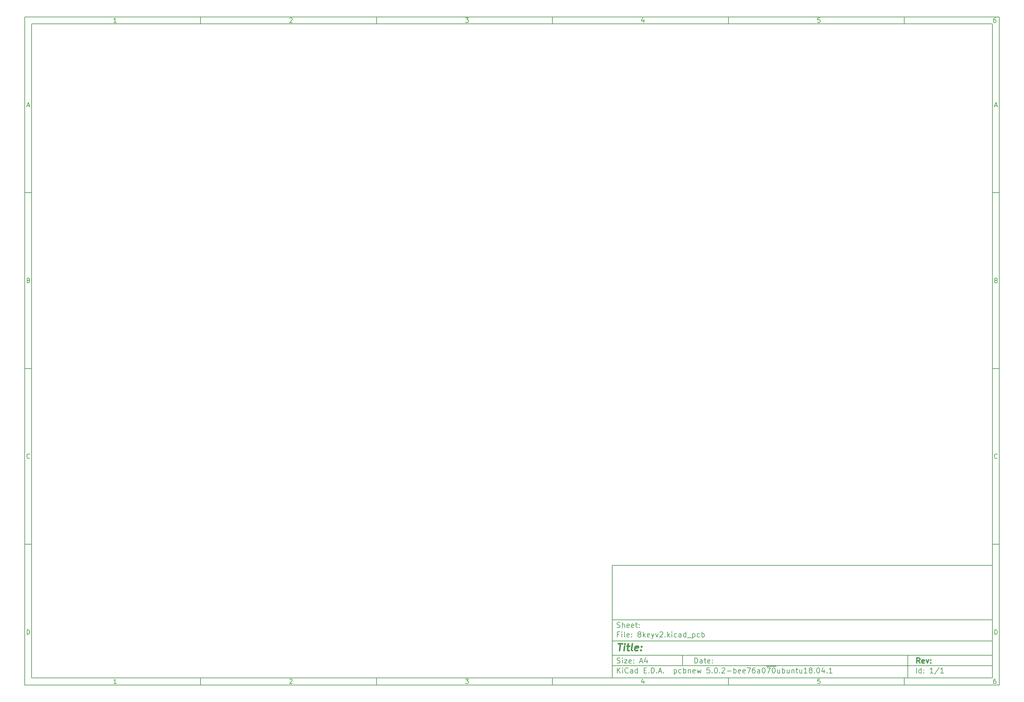
<source format=gbr>
G04 #@! TF.GenerationSoftware,KiCad,Pcbnew,5.0.2-bee76a0~70~ubuntu18.04.1*
G04 #@! TF.CreationDate,2019-02-02T15:30:55-05:00*
G04 #@! TF.ProjectId,8keyv2,386b6579-7632-42e6-9b69-6361645f7063,rev?*
G04 #@! TF.SameCoordinates,Original*
G04 #@! TF.FileFunction,Paste,Top*
G04 #@! TF.FilePolarity,Positive*
%FSLAX46Y46*%
G04 Gerber Fmt 4.6, Leading zero omitted, Abs format (unit mm)*
G04 Created by KiCad (PCBNEW 5.0.2-bee76a0~70~ubuntu18.04.1) date Sat 02 Feb 2019 03:30:55 PM EST*
%MOMM*%
%LPD*%
G01*
G04 APERTURE LIST*
%ADD10C,0.100000*%
%ADD11C,0.150000*%
%ADD12C,0.300000*%
%ADD13C,0.400000*%
G04 APERTURE END LIST*
D10*
D11*
X177002200Y-166007200D02*
X177002200Y-198007200D01*
X285002200Y-198007200D01*
X285002200Y-166007200D01*
X177002200Y-166007200D01*
D10*
D11*
X10000000Y-10000000D02*
X10000000Y-200007200D01*
X287002200Y-200007200D01*
X287002200Y-10000000D01*
X10000000Y-10000000D01*
D10*
D11*
X12000000Y-12000000D02*
X12000000Y-198007200D01*
X285002200Y-198007200D01*
X285002200Y-12000000D01*
X12000000Y-12000000D01*
D10*
D11*
X60000000Y-12000000D02*
X60000000Y-10000000D01*
D10*
D11*
X110000000Y-12000000D02*
X110000000Y-10000000D01*
D10*
D11*
X160000000Y-12000000D02*
X160000000Y-10000000D01*
D10*
D11*
X210000000Y-12000000D02*
X210000000Y-10000000D01*
D10*
D11*
X260000000Y-12000000D02*
X260000000Y-10000000D01*
D10*
D11*
X36065476Y-11588095D02*
X35322619Y-11588095D01*
X35694047Y-11588095D02*
X35694047Y-10288095D01*
X35570238Y-10473809D01*
X35446428Y-10597619D01*
X35322619Y-10659523D01*
D10*
D11*
X85322619Y-10411904D02*
X85384523Y-10350000D01*
X85508333Y-10288095D01*
X85817857Y-10288095D01*
X85941666Y-10350000D01*
X86003571Y-10411904D01*
X86065476Y-10535714D01*
X86065476Y-10659523D01*
X86003571Y-10845238D01*
X85260714Y-11588095D01*
X86065476Y-11588095D01*
D10*
D11*
X135260714Y-10288095D02*
X136065476Y-10288095D01*
X135632142Y-10783333D01*
X135817857Y-10783333D01*
X135941666Y-10845238D01*
X136003571Y-10907142D01*
X136065476Y-11030952D01*
X136065476Y-11340476D01*
X136003571Y-11464285D01*
X135941666Y-11526190D01*
X135817857Y-11588095D01*
X135446428Y-11588095D01*
X135322619Y-11526190D01*
X135260714Y-11464285D01*
D10*
D11*
X185941666Y-10721428D02*
X185941666Y-11588095D01*
X185632142Y-10226190D02*
X185322619Y-11154761D01*
X186127380Y-11154761D01*
D10*
D11*
X236003571Y-10288095D02*
X235384523Y-10288095D01*
X235322619Y-10907142D01*
X235384523Y-10845238D01*
X235508333Y-10783333D01*
X235817857Y-10783333D01*
X235941666Y-10845238D01*
X236003571Y-10907142D01*
X236065476Y-11030952D01*
X236065476Y-11340476D01*
X236003571Y-11464285D01*
X235941666Y-11526190D01*
X235817857Y-11588095D01*
X235508333Y-11588095D01*
X235384523Y-11526190D01*
X235322619Y-11464285D01*
D10*
D11*
X285941666Y-10288095D02*
X285694047Y-10288095D01*
X285570238Y-10350000D01*
X285508333Y-10411904D01*
X285384523Y-10597619D01*
X285322619Y-10845238D01*
X285322619Y-11340476D01*
X285384523Y-11464285D01*
X285446428Y-11526190D01*
X285570238Y-11588095D01*
X285817857Y-11588095D01*
X285941666Y-11526190D01*
X286003571Y-11464285D01*
X286065476Y-11340476D01*
X286065476Y-11030952D01*
X286003571Y-10907142D01*
X285941666Y-10845238D01*
X285817857Y-10783333D01*
X285570238Y-10783333D01*
X285446428Y-10845238D01*
X285384523Y-10907142D01*
X285322619Y-11030952D01*
D10*
D11*
X60000000Y-198007200D02*
X60000000Y-200007200D01*
D10*
D11*
X110000000Y-198007200D02*
X110000000Y-200007200D01*
D10*
D11*
X160000000Y-198007200D02*
X160000000Y-200007200D01*
D10*
D11*
X210000000Y-198007200D02*
X210000000Y-200007200D01*
D10*
D11*
X260000000Y-198007200D02*
X260000000Y-200007200D01*
D10*
D11*
X36065476Y-199595295D02*
X35322619Y-199595295D01*
X35694047Y-199595295D02*
X35694047Y-198295295D01*
X35570238Y-198481009D01*
X35446428Y-198604819D01*
X35322619Y-198666723D01*
D10*
D11*
X85322619Y-198419104D02*
X85384523Y-198357200D01*
X85508333Y-198295295D01*
X85817857Y-198295295D01*
X85941666Y-198357200D01*
X86003571Y-198419104D01*
X86065476Y-198542914D01*
X86065476Y-198666723D01*
X86003571Y-198852438D01*
X85260714Y-199595295D01*
X86065476Y-199595295D01*
D10*
D11*
X135260714Y-198295295D02*
X136065476Y-198295295D01*
X135632142Y-198790533D01*
X135817857Y-198790533D01*
X135941666Y-198852438D01*
X136003571Y-198914342D01*
X136065476Y-199038152D01*
X136065476Y-199347676D01*
X136003571Y-199471485D01*
X135941666Y-199533390D01*
X135817857Y-199595295D01*
X135446428Y-199595295D01*
X135322619Y-199533390D01*
X135260714Y-199471485D01*
D10*
D11*
X185941666Y-198728628D02*
X185941666Y-199595295D01*
X185632142Y-198233390D02*
X185322619Y-199161961D01*
X186127380Y-199161961D01*
D10*
D11*
X236003571Y-198295295D02*
X235384523Y-198295295D01*
X235322619Y-198914342D01*
X235384523Y-198852438D01*
X235508333Y-198790533D01*
X235817857Y-198790533D01*
X235941666Y-198852438D01*
X236003571Y-198914342D01*
X236065476Y-199038152D01*
X236065476Y-199347676D01*
X236003571Y-199471485D01*
X235941666Y-199533390D01*
X235817857Y-199595295D01*
X235508333Y-199595295D01*
X235384523Y-199533390D01*
X235322619Y-199471485D01*
D10*
D11*
X285941666Y-198295295D02*
X285694047Y-198295295D01*
X285570238Y-198357200D01*
X285508333Y-198419104D01*
X285384523Y-198604819D01*
X285322619Y-198852438D01*
X285322619Y-199347676D01*
X285384523Y-199471485D01*
X285446428Y-199533390D01*
X285570238Y-199595295D01*
X285817857Y-199595295D01*
X285941666Y-199533390D01*
X286003571Y-199471485D01*
X286065476Y-199347676D01*
X286065476Y-199038152D01*
X286003571Y-198914342D01*
X285941666Y-198852438D01*
X285817857Y-198790533D01*
X285570238Y-198790533D01*
X285446428Y-198852438D01*
X285384523Y-198914342D01*
X285322619Y-199038152D01*
D10*
D11*
X10000000Y-60000000D02*
X12000000Y-60000000D01*
D10*
D11*
X10000000Y-110000000D02*
X12000000Y-110000000D01*
D10*
D11*
X10000000Y-160000000D02*
X12000000Y-160000000D01*
D10*
D11*
X10690476Y-35216666D02*
X11309523Y-35216666D01*
X10566666Y-35588095D02*
X11000000Y-34288095D01*
X11433333Y-35588095D01*
D10*
D11*
X11092857Y-84907142D02*
X11278571Y-84969047D01*
X11340476Y-85030952D01*
X11402380Y-85154761D01*
X11402380Y-85340476D01*
X11340476Y-85464285D01*
X11278571Y-85526190D01*
X11154761Y-85588095D01*
X10659523Y-85588095D01*
X10659523Y-84288095D01*
X11092857Y-84288095D01*
X11216666Y-84350000D01*
X11278571Y-84411904D01*
X11340476Y-84535714D01*
X11340476Y-84659523D01*
X11278571Y-84783333D01*
X11216666Y-84845238D01*
X11092857Y-84907142D01*
X10659523Y-84907142D01*
D10*
D11*
X11402380Y-135464285D02*
X11340476Y-135526190D01*
X11154761Y-135588095D01*
X11030952Y-135588095D01*
X10845238Y-135526190D01*
X10721428Y-135402380D01*
X10659523Y-135278571D01*
X10597619Y-135030952D01*
X10597619Y-134845238D01*
X10659523Y-134597619D01*
X10721428Y-134473809D01*
X10845238Y-134350000D01*
X11030952Y-134288095D01*
X11154761Y-134288095D01*
X11340476Y-134350000D01*
X11402380Y-134411904D01*
D10*
D11*
X10659523Y-185588095D02*
X10659523Y-184288095D01*
X10969047Y-184288095D01*
X11154761Y-184350000D01*
X11278571Y-184473809D01*
X11340476Y-184597619D01*
X11402380Y-184845238D01*
X11402380Y-185030952D01*
X11340476Y-185278571D01*
X11278571Y-185402380D01*
X11154761Y-185526190D01*
X10969047Y-185588095D01*
X10659523Y-185588095D01*
D10*
D11*
X287002200Y-60000000D02*
X285002200Y-60000000D01*
D10*
D11*
X287002200Y-110000000D02*
X285002200Y-110000000D01*
D10*
D11*
X287002200Y-160000000D02*
X285002200Y-160000000D01*
D10*
D11*
X285692676Y-35216666D02*
X286311723Y-35216666D01*
X285568866Y-35588095D02*
X286002200Y-34288095D01*
X286435533Y-35588095D01*
D10*
D11*
X286095057Y-84907142D02*
X286280771Y-84969047D01*
X286342676Y-85030952D01*
X286404580Y-85154761D01*
X286404580Y-85340476D01*
X286342676Y-85464285D01*
X286280771Y-85526190D01*
X286156961Y-85588095D01*
X285661723Y-85588095D01*
X285661723Y-84288095D01*
X286095057Y-84288095D01*
X286218866Y-84350000D01*
X286280771Y-84411904D01*
X286342676Y-84535714D01*
X286342676Y-84659523D01*
X286280771Y-84783333D01*
X286218866Y-84845238D01*
X286095057Y-84907142D01*
X285661723Y-84907142D01*
D10*
D11*
X286404580Y-135464285D02*
X286342676Y-135526190D01*
X286156961Y-135588095D01*
X286033152Y-135588095D01*
X285847438Y-135526190D01*
X285723628Y-135402380D01*
X285661723Y-135278571D01*
X285599819Y-135030952D01*
X285599819Y-134845238D01*
X285661723Y-134597619D01*
X285723628Y-134473809D01*
X285847438Y-134350000D01*
X286033152Y-134288095D01*
X286156961Y-134288095D01*
X286342676Y-134350000D01*
X286404580Y-134411904D01*
D10*
D11*
X285661723Y-185588095D02*
X285661723Y-184288095D01*
X285971247Y-184288095D01*
X286156961Y-184350000D01*
X286280771Y-184473809D01*
X286342676Y-184597619D01*
X286404580Y-184845238D01*
X286404580Y-185030952D01*
X286342676Y-185278571D01*
X286280771Y-185402380D01*
X286156961Y-185526190D01*
X285971247Y-185588095D01*
X285661723Y-185588095D01*
D10*
D11*
X200434342Y-193785771D02*
X200434342Y-192285771D01*
X200791485Y-192285771D01*
X201005771Y-192357200D01*
X201148628Y-192500057D01*
X201220057Y-192642914D01*
X201291485Y-192928628D01*
X201291485Y-193142914D01*
X201220057Y-193428628D01*
X201148628Y-193571485D01*
X201005771Y-193714342D01*
X200791485Y-193785771D01*
X200434342Y-193785771D01*
X202577200Y-193785771D02*
X202577200Y-193000057D01*
X202505771Y-192857200D01*
X202362914Y-192785771D01*
X202077200Y-192785771D01*
X201934342Y-192857200D01*
X202577200Y-193714342D02*
X202434342Y-193785771D01*
X202077200Y-193785771D01*
X201934342Y-193714342D01*
X201862914Y-193571485D01*
X201862914Y-193428628D01*
X201934342Y-193285771D01*
X202077200Y-193214342D01*
X202434342Y-193214342D01*
X202577200Y-193142914D01*
X203077200Y-192785771D02*
X203648628Y-192785771D01*
X203291485Y-192285771D02*
X203291485Y-193571485D01*
X203362914Y-193714342D01*
X203505771Y-193785771D01*
X203648628Y-193785771D01*
X204720057Y-193714342D02*
X204577200Y-193785771D01*
X204291485Y-193785771D01*
X204148628Y-193714342D01*
X204077200Y-193571485D01*
X204077200Y-193000057D01*
X204148628Y-192857200D01*
X204291485Y-192785771D01*
X204577200Y-192785771D01*
X204720057Y-192857200D01*
X204791485Y-193000057D01*
X204791485Y-193142914D01*
X204077200Y-193285771D01*
X205434342Y-193642914D02*
X205505771Y-193714342D01*
X205434342Y-193785771D01*
X205362914Y-193714342D01*
X205434342Y-193642914D01*
X205434342Y-193785771D01*
X205434342Y-192857200D02*
X205505771Y-192928628D01*
X205434342Y-193000057D01*
X205362914Y-192928628D01*
X205434342Y-192857200D01*
X205434342Y-193000057D01*
D10*
D11*
X177002200Y-194507200D02*
X285002200Y-194507200D01*
D10*
D11*
X178434342Y-196585771D02*
X178434342Y-195085771D01*
X179291485Y-196585771D02*
X178648628Y-195728628D01*
X179291485Y-195085771D02*
X178434342Y-195942914D01*
X179934342Y-196585771D02*
X179934342Y-195585771D01*
X179934342Y-195085771D02*
X179862914Y-195157200D01*
X179934342Y-195228628D01*
X180005771Y-195157200D01*
X179934342Y-195085771D01*
X179934342Y-195228628D01*
X181505771Y-196442914D02*
X181434342Y-196514342D01*
X181220057Y-196585771D01*
X181077200Y-196585771D01*
X180862914Y-196514342D01*
X180720057Y-196371485D01*
X180648628Y-196228628D01*
X180577200Y-195942914D01*
X180577200Y-195728628D01*
X180648628Y-195442914D01*
X180720057Y-195300057D01*
X180862914Y-195157200D01*
X181077200Y-195085771D01*
X181220057Y-195085771D01*
X181434342Y-195157200D01*
X181505771Y-195228628D01*
X182791485Y-196585771D02*
X182791485Y-195800057D01*
X182720057Y-195657200D01*
X182577200Y-195585771D01*
X182291485Y-195585771D01*
X182148628Y-195657200D01*
X182791485Y-196514342D02*
X182648628Y-196585771D01*
X182291485Y-196585771D01*
X182148628Y-196514342D01*
X182077200Y-196371485D01*
X182077200Y-196228628D01*
X182148628Y-196085771D01*
X182291485Y-196014342D01*
X182648628Y-196014342D01*
X182791485Y-195942914D01*
X184148628Y-196585771D02*
X184148628Y-195085771D01*
X184148628Y-196514342D02*
X184005771Y-196585771D01*
X183720057Y-196585771D01*
X183577200Y-196514342D01*
X183505771Y-196442914D01*
X183434342Y-196300057D01*
X183434342Y-195871485D01*
X183505771Y-195728628D01*
X183577200Y-195657200D01*
X183720057Y-195585771D01*
X184005771Y-195585771D01*
X184148628Y-195657200D01*
X186005771Y-195800057D02*
X186505771Y-195800057D01*
X186720057Y-196585771D02*
X186005771Y-196585771D01*
X186005771Y-195085771D01*
X186720057Y-195085771D01*
X187362914Y-196442914D02*
X187434342Y-196514342D01*
X187362914Y-196585771D01*
X187291485Y-196514342D01*
X187362914Y-196442914D01*
X187362914Y-196585771D01*
X188077200Y-196585771D02*
X188077200Y-195085771D01*
X188434342Y-195085771D01*
X188648628Y-195157200D01*
X188791485Y-195300057D01*
X188862914Y-195442914D01*
X188934342Y-195728628D01*
X188934342Y-195942914D01*
X188862914Y-196228628D01*
X188791485Y-196371485D01*
X188648628Y-196514342D01*
X188434342Y-196585771D01*
X188077200Y-196585771D01*
X189577200Y-196442914D02*
X189648628Y-196514342D01*
X189577200Y-196585771D01*
X189505771Y-196514342D01*
X189577200Y-196442914D01*
X189577200Y-196585771D01*
X190220057Y-196157200D02*
X190934342Y-196157200D01*
X190077200Y-196585771D02*
X190577200Y-195085771D01*
X191077200Y-196585771D01*
X191577200Y-196442914D02*
X191648628Y-196514342D01*
X191577200Y-196585771D01*
X191505771Y-196514342D01*
X191577200Y-196442914D01*
X191577200Y-196585771D01*
X194577200Y-195585771D02*
X194577200Y-197085771D01*
X194577200Y-195657200D02*
X194720057Y-195585771D01*
X195005771Y-195585771D01*
X195148628Y-195657200D01*
X195220057Y-195728628D01*
X195291485Y-195871485D01*
X195291485Y-196300057D01*
X195220057Y-196442914D01*
X195148628Y-196514342D01*
X195005771Y-196585771D01*
X194720057Y-196585771D01*
X194577200Y-196514342D01*
X196577200Y-196514342D02*
X196434342Y-196585771D01*
X196148628Y-196585771D01*
X196005771Y-196514342D01*
X195934342Y-196442914D01*
X195862914Y-196300057D01*
X195862914Y-195871485D01*
X195934342Y-195728628D01*
X196005771Y-195657200D01*
X196148628Y-195585771D01*
X196434342Y-195585771D01*
X196577200Y-195657200D01*
X197220057Y-196585771D02*
X197220057Y-195085771D01*
X197220057Y-195657200D02*
X197362914Y-195585771D01*
X197648628Y-195585771D01*
X197791485Y-195657200D01*
X197862914Y-195728628D01*
X197934342Y-195871485D01*
X197934342Y-196300057D01*
X197862914Y-196442914D01*
X197791485Y-196514342D01*
X197648628Y-196585771D01*
X197362914Y-196585771D01*
X197220057Y-196514342D01*
X198577200Y-195585771D02*
X198577200Y-196585771D01*
X198577200Y-195728628D02*
X198648628Y-195657200D01*
X198791485Y-195585771D01*
X199005771Y-195585771D01*
X199148628Y-195657200D01*
X199220057Y-195800057D01*
X199220057Y-196585771D01*
X200505771Y-196514342D02*
X200362914Y-196585771D01*
X200077200Y-196585771D01*
X199934342Y-196514342D01*
X199862914Y-196371485D01*
X199862914Y-195800057D01*
X199934342Y-195657200D01*
X200077200Y-195585771D01*
X200362914Y-195585771D01*
X200505771Y-195657200D01*
X200577200Y-195800057D01*
X200577200Y-195942914D01*
X199862914Y-196085771D01*
X201077200Y-195585771D02*
X201362914Y-196585771D01*
X201648628Y-195871485D01*
X201934342Y-196585771D01*
X202220057Y-195585771D01*
X204648628Y-195085771D02*
X203934342Y-195085771D01*
X203862914Y-195800057D01*
X203934342Y-195728628D01*
X204077200Y-195657200D01*
X204434342Y-195657200D01*
X204577200Y-195728628D01*
X204648628Y-195800057D01*
X204720057Y-195942914D01*
X204720057Y-196300057D01*
X204648628Y-196442914D01*
X204577200Y-196514342D01*
X204434342Y-196585771D01*
X204077200Y-196585771D01*
X203934342Y-196514342D01*
X203862914Y-196442914D01*
X205362914Y-196442914D02*
X205434342Y-196514342D01*
X205362914Y-196585771D01*
X205291485Y-196514342D01*
X205362914Y-196442914D01*
X205362914Y-196585771D01*
X206362914Y-195085771D02*
X206505771Y-195085771D01*
X206648628Y-195157200D01*
X206720057Y-195228628D01*
X206791485Y-195371485D01*
X206862914Y-195657200D01*
X206862914Y-196014342D01*
X206791485Y-196300057D01*
X206720057Y-196442914D01*
X206648628Y-196514342D01*
X206505771Y-196585771D01*
X206362914Y-196585771D01*
X206220057Y-196514342D01*
X206148628Y-196442914D01*
X206077200Y-196300057D01*
X206005771Y-196014342D01*
X206005771Y-195657200D01*
X206077200Y-195371485D01*
X206148628Y-195228628D01*
X206220057Y-195157200D01*
X206362914Y-195085771D01*
X207505771Y-196442914D02*
X207577200Y-196514342D01*
X207505771Y-196585771D01*
X207434342Y-196514342D01*
X207505771Y-196442914D01*
X207505771Y-196585771D01*
X208148628Y-195228628D02*
X208220057Y-195157200D01*
X208362914Y-195085771D01*
X208720057Y-195085771D01*
X208862914Y-195157200D01*
X208934342Y-195228628D01*
X209005771Y-195371485D01*
X209005771Y-195514342D01*
X208934342Y-195728628D01*
X208077200Y-196585771D01*
X209005771Y-196585771D01*
X209648628Y-196014342D02*
X210791485Y-196014342D01*
X211505771Y-196585771D02*
X211505771Y-195085771D01*
X211505771Y-195657200D02*
X211648628Y-195585771D01*
X211934342Y-195585771D01*
X212077200Y-195657200D01*
X212148628Y-195728628D01*
X212220057Y-195871485D01*
X212220057Y-196300057D01*
X212148628Y-196442914D01*
X212077200Y-196514342D01*
X211934342Y-196585771D01*
X211648628Y-196585771D01*
X211505771Y-196514342D01*
X213434342Y-196514342D02*
X213291485Y-196585771D01*
X213005771Y-196585771D01*
X212862914Y-196514342D01*
X212791485Y-196371485D01*
X212791485Y-195800057D01*
X212862914Y-195657200D01*
X213005771Y-195585771D01*
X213291485Y-195585771D01*
X213434342Y-195657200D01*
X213505771Y-195800057D01*
X213505771Y-195942914D01*
X212791485Y-196085771D01*
X214720057Y-196514342D02*
X214577200Y-196585771D01*
X214291485Y-196585771D01*
X214148628Y-196514342D01*
X214077200Y-196371485D01*
X214077200Y-195800057D01*
X214148628Y-195657200D01*
X214291485Y-195585771D01*
X214577200Y-195585771D01*
X214720057Y-195657200D01*
X214791485Y-195800057D01*
X214791485Y-195942914D01*
X214077200Y-196085771D01*
X215291485Y-195085771D02*
X216291485Y-195085771D01*
X215648628Y-196585771D01*
X217505771Y-195085771D02*
X217220057Y-195085771D01*
X217077200Y-195157200D01*
X217005771Y-195228628D01*
X216862914Y-195442914D01*
X216791485Y-195728628D01*
X216791485Y-196300057D01*
X216862914Y-196442914D01*
X216934342Y-196514342D01*
X217077200Y-196585771D01*
X217362914Y-196585771D01*
X217505771Y-196514342D01*
X217577200Y-196442914D01*
X217648628Y-196300057D01*
X217648628Y-195942914D01*
X217577200Y-195800057D01*
X217505771Y-195728628D01*
X217362914Y-195657200D01*
X217077200Y-195657200D01*
X216934342Y-195728628D01*
X216862914Y-195800057D01*
X216791485Y-195942914D01*
X218934342Y-196585771D02*
X218934342Y-195800057D01*
X218862914Y-195657200D01*
X218720057Y-195585771D01*
X218434342Y-195585771D01*
X218291485Y-195657200D01*
X218934342Y-196514342D02*
X218791485Y-196585771D01*
X218434342Y-196585771D01*
X218291485Y-196514342D01*
X218220057Y-196371485D01*
X218220057Y-196228628D01*
X218291485Y-196085771D01*
X218434342Y-196014342D01*
X218791485Y-196014342D01*
X218934342Y-195942914D01*
X219934342Y-195085771D02*
X220077200Y-195085771D01*
X220220057Y-195157200D01*
X220291485Y-195228628D01*
X220362914Y-195371485D01*
X220434342Y-195657200D01*
X220434342Y-196014342D01*
X220362914Y-196300057D01*
X220291485Y-196442914D01*
X220220057Y-196514342D01*
X220077200Y-196585771D01*
X219934342Y-196585771D01*
X219791485Y-196514342D01*
X219720057Y-196442914D01*
X219648628Y-196300057D01*
X219577200Y-196014342D01*
X219577200Y-195657200D01*
X219648628Y-195371485D01*
X219720057Y-195228628D01*
X219791485Y-195157200D01*
X219934342Y-195085771D01*
X220720057Y-194677200D02*
X222148628Y-194677200D01*
X220934342Y-195085771D02*
X221934342Y-195085771D01*
X221291485Y-196585771D01*
X222148628Y-194677200D02*
X223577200Y-194677200D01*
X222791485Y-195085771D02*
X222934342Y-195085771D01*
X223077200Y-195157200D01*
X223148628Y-195228628D01*
X223220057Y-195371485D01*
X223291485Y-195657200D01*
X223291485Y-196014342D01*
X223220057Y-196300057D01*
X223148628Y-196442914D01*
X223077200Y-196514342D01*
X222934342Y-196585771D01*
X222791485Y-196585771D01*
X222648628Y-196514342D01*
X222577200Y-196442914D01*
X222505771Y-196300057D01*
X222434342Y-196014342D01*
X222434342Y-195657200D01*
X222505771Y-195371485D01*
X222577200Y-195228628D01*
X222648628Y-195157200D01*
X222791485Y-195085771D01*
X224577200Y-195585771D02*
X224577200Y-196585771D01*
X223934342Y-195585771D02*
X223934342Y-196371485D01*
X224005771Y-196514342D01*
X224148628Y-196585771D01*
X224362914Y-196585771D01*
X224505771Y-196514342D01*
X224577200Y-196442914D01*
X225291485Y-196585771D02*
X225291485Y-195085771D01*
X225291485Y-195657200D02*
X225434342Y-195585771D01*
X225720057Y-195585771D01*
X225862914Y-195657200D01*
X225934342Y-195728628D01*
X226005771Y-195871485D01*
X226005771Y-196300057D01*
X225934342Y-196442914D01*
X225862914Y-196514342D01*
X225720057Y-196585771D01*
X225434342Y-196585771D01*
X225291485Y-196514342D01*
X227291485Y-195585771D02*
X227291485Y-196585771D01*
X226648628Y-195585771D02*
X226648628Y-196371485D01*
X226720057Y-196514342D01*
X226862914Y-196585771D01*
X227077200Y-196585771D01*
X227220057Y-196514342D01*
X227291485Y-196442914D01*
X228005771Y-195585771D02*
X228005771Y-196585771D01*
X228005771Y-195728628D02*
X228077200Y-195657200D01*
X228220057Y-195585771D01*
X228434342Y-195585771D01*
X228577200Y-195657200D01*
X228648628Y-195800057D01*
X228648628Y-196585771D01*
X229148628Y-195585771D02*
X229720057Y-195585771D01*
X229362914Y-195085771D02*
X229362914Y-196371485D01*
X229434342Y-196514342D01*
X229577200Y-196585771D01*
X229720057Y-196585771D01*
X230862914Y-195585771D02*
X230862914Y-196585771D01*
X230220057Y-195585771D02*
X230220057Y-196371485D01*
X230291485Y-196514342D01*
X230434342Y-196585771D01*
X230648628Y-196585771D01*
X230791485Y-196514342D01*
X230862914Y-196442914D01*
X232362914Y-196585771D02*
X231505771Y-196585771D01*
X231934342Y-196585771D02*
X231934342Y-195085771D01*
X231791485Y-195300057D01*
X231648628Y-195442914D01*
X231505771Y-195514342D01*
X233220057Y-195728628D02*
X233077200Y-195657200D01*
X233005771Y-195585771D01*
X232934342Y-195442914D01*
X232934342Y-195371485D01*
X233005771Y-195228628D01*
X233077200Y-195157200D01*
X233220057Y-195085771D01*
X233505771Y-195085771D01*
X233648628Y-195157200D01*
X233720057Y-195228628D01*
X233791485Y-195371485D01*
X233791485Y-195442914D01*
X233720057Y-195585771D01*
X233648628Y-195657200D01*
X233505771Y-195728628D01*
X233220057Y-195728628D01*
X233077200Y-195800057D01*
X233005771Y-195871485D01*
X232934342Y-196014342D01*
X232934342Y-196300057D01*
X233005771Y-196442914D01*
X233077200Y-196514342D01*
X233220057Y-196585771D01*
X233505771Y-196585771D01*
X233648628Y-196514342D01*
X233720057Y-196442914D01*
X233791485Y-196300057D01*
X233791485Y-196014342D01*
X233720057Y-195871485D01*
X233648628Y-195800057D01*
X233505771Y-195728628D01*
X234434342Y-196442914D02*
X234505771Y-196514342D01*
X234434342Y-196585771D01*
X234362914Y-196514342D01*
X234434342Y-196442914D01*
X234434342Y-196585771D01*
X235434342Y-195085771D02*
X235577200Y-195085771D01*
X235720057Y-195157200D01*
X235791485Y-195228628D01*
X235862914Y-195371485D01*
X235934342Y-195657200D01*
X235934342Y-196014342D01*
X235862914Y-196300057D01*
X235791485Y-196442914D01*
X235720057Y-196514342D01*
X235577200Y-196585771D01*
X235434342Y-196585771D01*
X235291485Y-196514342D01*
X235220057Y-196442914D01*
X235148628Y-196300057D01*
X235077200Y-196014342D01*
X235077200Y-195657200D01*
X235148628Y-195371485D01*
X235220057Y-195228628D01*
X235291485Y-195157200D01*
X235434342Y-195085771D01*
X237220057Y-195585771D02*
X237220057Y-196585771D01*
X236862914Y-195014342D02*
X236505771Y-196085771D01*
X237434342Y-196085771D01*
X238005771Y-196442914D02*
X238077199Y-196514342D01*
X238005771Y-196585771D01*
X237934342Y-196514342D01*
X238005771Y-196442914D01*
X238005771Y-196585771D01*
X239505771Y-196585771D02*
X238648628Y-196585771D01*
X239077200Y-196585771D02*
X239077200Y-195085771D01*
X238934342Y-195300057D01*
X238791485Y-195442914D01*
X238648628Y-195514342D01*
D10*
D11*
X177002200Y-191507200D02*
X285002200Y-191507200D01*
D10*
D12*
X264411485Y-193785771D02*
X263911485Y-193071485D01*
X263554342Y-193785771D02*
X263554342Y-192285771D01*
X264125771Y-192285771D01*
X264268628Y-192357200D01*
X264340057Y-192428628D01*
X264411485Y-192571485D01*
X264411485Y-192785771D01*
X264340057Y-192928628D01*
X264268628Y-193000057D01*
X264125771Y-193071485D01*
X263554342Y-193071485D01*
X265625771Y-193714342D02*
X265482914Y-193785771D01*
X265197200Y-193785771D01*
X265054342Y-193714342D01*
X264982914Y-193571485D01*
X264982914Y-193000057D01*
X265054342Y-192857200D01*
X265197200Y-192785771D01*
X265482914Y-192785771D01*
X265625771Y-192857200D01*
X265697200Y-193000057D01*
X265697200Y-193142914D01*
X264982914Y-193285771D01*
X266197200Y-192785771D02*
X266554342Y-193785771D01*
X266911485Y-192785771D01*
X267482914Y-193642914D02*
X267554342Y-193714342D01*
X267482914Y-193785771D01*
X267411485Y-193714342D01*
X267482914Y-193642914D01*
X267482914Y-193785771D01*
X267482914Y-192857200D02*
X267554342Y-192928628D01*
X267482914Y-193000057D01*
X267411485Y-192928628D01*
X267482914Y-192857200D01*
X267482914Y-193000057D01*
D10*
D11*
X178362914Y-193714342D02*
X178577200Y-193785771D01*
X178934342Y-193785771D01*
X179077200Y-193714342D01*
X179148628Y-193642914D01*
X179220057Y-193500057D01*
X179220057Y-193357200D01*
X179148628Y-193214342D01*
X179077200Y-193142914D01*
X178934342Y-193071485D01*
X178648628Y-193000057D01*
X178505771Y-192928628D01*
X178434342Y-192857200D01*
X178362914Y-192714342D01*
X178362914Y-192571485D01*
X178434342Y-192428628D01*
X178505771Y-192357200D01*
X178648628Y-192285771D01*
X179005771Y-192285771D01*
X179220057Y-192357200D01*
X179862914Y-193785771D02*
X179862914Y-192785771D01*
X179862914Y-192285771D02*
X179791485Y-192357200D01*
X179862914Y-192428628D01*
X179934342Y-192357200D01*
X179862914Y-192285771D01*
X179862914Y-192428628D01*
X180434342Y-192785771D02*
X181220057Y-192785771D01*
X180434342Y-193785771D01*
X181220057Y-193785771D01*
X182362914Y-193714342D02*
X182220057Y-193785771D01*
X181934342Y-193785771D01*
X181791485Y-193714342D01*
X181720057Y-193571485D01*
X181720057Y-193000057D01*
X181791485Y-192857200D01*
X181934342Y-192785771D01*
X182220057Y-192785771D01*
X182362914Y-192857200D01*
X182434342Y-193000057D01*
X182434342Y-193142914D01*
X181720057Y-193285771D01*
X183077200Y-193642914D02*
X183148628Y-193714342D01*
X183077200Y-193785771D01*
X183005771Y-193714342D01*
X183077200Y-193642914D01*
X183077200Y-193785771D01*
X183077200Y-192857200D02*
X183148628Y-192928628D01*
X183077200Y-193000057D01*
X183005771Y-192928628D01*
X183077200Y-192857200D01*
X183077200Y-193000057D01*
X184862914Y-193357200D02*
X185577200Y-193357200D01*
X184720057Y-193785771D02*
X185220057Y-192285771D01*
X185720057Y-193785771D01*
X186862914Y-192785771D02*
X186862914Y-193785771D01*
X186505771Y-192214342D02*
X186148628Y-193285771D01*
X187077200Y-193285771D01*
D10*
D11*
X263434342Y-196585771D02*
X263434342Y-195085771D01*
X264791485Y-196585771D02*
X264791485Y-195085771D01*
X264791485Y-196514342D02*
X264648628Y-196585771D01*
X264362914Y-196585771D01*
X264220057Y-196514342D01*
X264148628Y-196442914D01*
X264077200Y-196300057D01*
X264077200Y-195871485D01*
X264148628Y-195728628D01*
X264220057Y-195657200D01*
X264362914Y-195585771D01*
X264648628Y-195585771D01*
X264791485Y-195657200D01*
X265505771Y-196442914D02*
X265577200Y-196514342D01*
X265505771Y-196585771D01*
X265434342Y-196514342D01*
X265505771Y-196442914D01*
X265505771Y-196585771D01*
X265505771Y-195657200D02*
X265577200Y-195728628D01*
X265505771Y-195800057D01*
X265434342Y-195728628D01*
X265505771Y-195657200D01*
X265505771Y-195800057D01*
X268148628Y-196585771D02*
X267291485Y-196585771D01*
X267720057Y-196585771D02*
X267720057Y-195085771D01*
X267577200Y-195300057D01*
X267434342Y-195442914D01*
X267291485Y-195514342D01*
X269862914Y-195014342D02*
X268577200Y-196942914D01*
X271148628Y-196585771D02*
X270291485Y-196585771D01*
X270720057Y-196585771D02*
X270720057Y-195085771D01*
X270577200Y-195300057D01*
X270434342Y-195442914D01*
X270291485Y-195514342D01*
D10*
D11*
X177002200Y-187507200D02*
X285002200Y-187507200D01*
D10*
D13*
X178714580Y-188211961D02*
X179857438Y-188211961D01*
X179036009Y-190211961D02*
X179286009Y-188211961D01*
X180274104Y-190211961D02*
X180440771Y-188878628D01*
X180524104Y-188211961D02*
X180416961Y-188307200D01*
X180500295Y-188402438D01*
X180607438Y-188307200D01*
X180524104Y-188211961D01*
X180500295Y-188402438D01*
X181107438Y-188878628D02*
X181869342Y-188878628D01*
X181476485Y-188211961D02*
X181262200Y-189926247D01*
X181333628Y-190116723D01*
X181512200Y-190211961D01*
X181702676Y-190211961D01*
X182655057Y-190211961D02*
X182476485Y-190116723D01*
X182405057Y-189926247D01*
X182619342Y-188211961D01*
X184190771Y-190116723D02*
X183988390Y-190211961D01*
X183607438Y-190211961D01*
X183428866Y-190116723D01*
X183357438Y-189926247D01*
X183452676Y-189164342D01*
X183571723Y-188973866D01*
X183774104Y-188878628D01*
X184155057Y-188878628D01*
X184333628Y-188973866D01*
X184405057Y-189164342D01*
X184381247Y-189354819D01*
X183405057Y-189545295D01*
X185155057Y-190021485D02*
X185238390Y-190116723D01*
X185131247Y-190211961D01*
X185047914Y-190116723D01*
X185155057Y-190021485D01*
X185131247Y-190211961D01*
X185286009Y-188973866D02*
X185369342Y-189069104D01*
X185262200Y-189164342D01*
X185178866Y-189069104D01*
X185286009Y-188973866D01*
X185262200Y-189164342D01*
D10*
D11*
X178934342Y-185600057D02*
X178434342Y-185600057D01*
X178434342Y-186385771D02*
X178434342Y-184885771D01*
X179148628Y-184885771D01*
X179720057Y-186385771D02*
X179720057Y-185385771D01*
X179720057Y-184885771D02*
X179648628Y-184957200D01*
X179720057Y-185028628D01*
X179791485Y-184957200D01*
X179720057Y-184885771D01*
X179720057Y-185028628D01*
X180648628Y-186385771D02*
X180505771Y-186314342D01*
X180434342Y-186171485D01*
X180434342Y-184885771D01*
X181791485Y-186314342D02*
X181648628Y-186385771D01*
X181362914Y-186385771D01*
X181220057Y-186314342D01*
X181148628Y-186171485D01*
X181148628Y-185600057D01*
X181220057Y-185457200D01*
X181362914Y-185385771D01*
X181648628Y-185385771D01*
X181791485Y-185457200D01*
X181862914Y-185600057D01*
X181862914Y-185742914D01*
X181148628Y-185885771D01*
X182505771Y-186242914D02*
X182577200Y-186314342D01*
X182505771Y-186385771D01*
X182434342Y-186314342D01*
X182505771Y-186242914D01*
X182505771Y-186385771D01*
X182505771Y-185457200D02*
X182577200Y-185528628D01*
X182505771Y-185600057D01*
X182434342Y-185528628D01*
X182505771Y-185457200D01*
X182505771Y-185600057D01*
X184577200Y-185528628D02*
X184434342Y-185457200D01*
X184362914Y-185385771D01*
X184291485Y-185242914D01*
X184291485Y-185171485D01*
X184362914Y-185028628D01*
X184434342Y-184957200D01*
X184577200Y-184885771D01*
X184862914Y-184885771D01*
X185005771Y-184957200D01*
X185077200Y-185028628D01*
X185148628Y-185171485D01*
X185148628Y-185242914D01*
X185077200Y-185385771D01*
X185005771Y-185457200D01*
X184862914Y-185528628D01*
X184577200Y-185528628D01*
X184434342Y-185600057D01*
X184362914Y-185671485D01*
X184291485Y-185814342D01*
X184291485Y-186100057D01*
X184362914Y-186242914D01*
X184434342Y-186314342D01*
X184577200Y-186385771D01*
X184862914Y-186385771D01*
X185005771Y-186314342D01*
X185077200Y-186242914D01*
X185148628Y-186100057D01*
X185148628Y-185814342D01*
X185077200Y-185671485D01*
X185005771Y-185600057D01*
X184862914Y-185528628D01*
X185791485Y-186385771D02*
X185791485Y-184885771D01*
X185934342Y-185814342D02*
X186362914Y-186385771D01*
X186362914Y-185385771D02*
X185791485Y-185957200D01*
X187577200Y-186314342D02*
X187434342Y-186385771D01*
X187148628Y-186385771D01*
X187005771Y-186314342D01*
X186934342Y-186171485D01*
X186934342Y-185600057D01*
X187005771Y-185457200D01*
X187148628Y-185385771D01*
X187434342Y-185385771D01*
X187577200Y-185457200D01*
X187648628Y-185600057D01*
X187648628Y-185742914D01*
X186934342Y-185885771D01*
X188148628Y-185385771D02*
X188505771Y-186385771D01*
X188862914Y-185385771D02*
X188505771Y-186385771D01*
X188362914Y-186742914D01*
X188291485Y-186814342D01*
X188148628Y-186885771D01*
X189291485Y-185385771D02*
X189648628Y-186385771D01*
X190005771Y-185385771D01*
X190505771Y-185028628D02*
X190577200Y-184957200D01*
X190720057Y-184885771D01*
X191077200Y-184885771D01*
X191220057Y-184957200D01*
X191291485Y-185028628D01*
X191362914Y-185171485D01*
X191362914Y-185314342D01*
X191291485Y-185528628D01*
X190434342Y-186385771D01*
X191362914Y-186385771D01*
X192005771Y-186242914D02*
X192077200Y-186314342D01*
X192005771Y-186385771D01*
X191934342Y-186314342D01*
X192005771Y-186242914D01*
X192005771Y-186385771D01*
X192720057Y-186385771D02*
X192720057Y-184885771D01*
X192862914Y-185814342D02*
X193291485Y-186385771D01*
X193291485Y-185385771D02*
X192720057Y-185957200D01*
X193934342Y-186385771D02*
X193934342Y-185385771D01*
X193934342Y-184885771D02*
X193862914Y-184957200D01*
X193934342Y-185028628D01*
X194005771Y-184957200D01*
X193934342Y-184885771D01*
X193934342Y-185028628D01*
X195291485Y-186314342D02*
X195148628Y-186385771D01*
X194862914Y-186385771D01*
X194720057Y-186314342D01*
X194648628Y-186242914D01*
X194577200Y-186100057D01*
X194577200Y-185671485D01*
X194648628Y-185528628D01*
X194720057Y-185457200D01*
X194862914Y-185385771D01*
X195148628Y-185385771D01*
X195291485Y-185457200D01*
X196577200Y-186385771D02*
X196577200Y-185600057D01*
X196505771Y-185457200D01*
X196362914Y-185385771D01*
X196077200Y-185385771D01*
X195934342Y-185457200D01*
X196577200Y-186314342D02*
X196434342Y-186385771D01*
X196077200Y-186385771D01*
X195934342Y-186314342D01*
X195862914Y-186171485D01*
X195862914Y-186028628D01*
X195934342Y-185885771D01*
X196077200Y-185814342D01*
X196434342Y-185814342D01*
X196577200Y-185742914D01*
X197934342Y-186385771D02*
X197934342Y-184885771D01*
X197934342Y-186314342D02*
X197791485Y-186385771D01*
X197505771Y-186385771D01*
X197362914Y-186314342D01*
X197291485Y-186242914D01*
X197220057Y-186100057D01*
X197220057Y-185671485D01*
X197291485Y-185528628D01*
X197362914Y-185457200D01*
X197505771Y-185385771D01*
X197791485Y-185385771D01*
X197934342Y-185457200D01*
X198291485Y-186528628D02*
X199434342Y-186528628D01*
X199791485Y-185385771D02*
X199791485Y-186885771D01*
X199791485Y-185457200D02*
X199934342Y-185385771D01*
X200220057Y-185385771D01*
X200362914Y-185457200D01*
X200434342Y-185528628D01*
X200505771Y-185671485D01*
X200505771Y-186100057D01*
X200434342Y-186242914D01*
X200362914Y-186314342D01*
X200220057Y-186385771D01*
X199934342Y-186385771D01*
X199791485Y-186314342D01*
X201791485Y-186314342D02*
X201648628Y-186385771D01*
X201362914Y-186385771D01*
X201220057Y-186314342D01*
X201148628Y-186242914D01*
X201077200Y-186100057D01*
X201077200Y-185671485D01*
X201148628Y-185528628D01*
X201220057Y-185457200D01*
X201362914Y-185385771D01*
X201648628Y-185385771D01*
X201791485Y-185457200D01*
X202434342Y-186385771D02*
X202434342Y-184885771D01*
X202434342Y-185457200D02*
X202577200Y-185385771D01*
X202862914Y-185385771D01*
X203005771Y-185457200D01*
X203077200Y-185528628D01*
X203148628Y-185671485D01*
X203148628Y-186100057D01*
X203077200Y-186242914D01*
X203005771Y-186314342D01*
X202862914Y-186385771D01*
X202577200Y-186385771D01*
X202434342Y-186314342D01*
D10*
D11*
X177002200Y-181507200D02*
X285002200Y-181507200D01*
D10*
D11*
X178362914Y-183614342D02*
X178577200Y-183685771D01*
X178934342Y-183685771D01*
X179077200Y-183614342D01*
X179148628Y-183542914D01*
X179220057Y-183400057D01*
X179220057Y-183257200D01*
X179148628Y-183114342D01*
X179077200Y-183042914D01*
X178934342Y-182971485D01*
X178648628Y-182900057D01*
X178505771Y-182828628D01*
X178434342Y-182757200D01*
X178362914Y-182614342D01*
X178362914Y-182471485D01*
X178434342Y-182328628D01*
X178505771Y-182257200D01*
X178648628Y-182185771D01*
X179005771Y-182185771D01*
X179220057Y-182257200D01*
X179862914Y-183685771D02*
X179862914Y-182185771D01*
X180505771Y-183685771D02*
X180505771Y-182900057D01*
X180434342Y-182757200D01*
X180291485Y-182685771D01*
X180077200Y-182685771D01*
X179934342Y-182757200D01*
X179862914Y-182828628D01*
X181791485Y-183614342D02*
X181648628Y-183685771D01*
X181362914Y-183685771D01*
X181220057Y-183614342D01*
X181148628Y-183471485D01*
X181148628Y-182900057D01*
X181220057Y-182757200D01*
X181362914Y-182685771D01*
X181648628Y-182685771D01*
X181791485Y-182757200D01*
X181862914Y-182900057D01*
X181862914Y-183042914D01*
X181148628Y-183185771D01*
X183077200Y-183614342D02*
X182934342Y-183685771D01*
X182648628Y-183685771D01*
X182505771Y-183614342D01*
X182434342Y-183471485D01*
X182434342Y-182900057D01*
X182505771Y-182757200D01*
X182648628Y-182685771D01*
X182934342Y-182685771D01*
X183077200Y-182757200D01*
X183148628Y-182900057D01*
X183148628Y-183042914D01*
X182434342Y-183185771D01*
X183577200Y-182685771D02*
X184148628Y-182685771D01*
X183791485Y-182185771D02*
X183791485Y-183471485D01*
X183862914Y-183614342D01*
X184005771Y-183685771D01*
X184148628Y-183685771D01*
X184648628Y-183542914D02*
X184720057Y-183614342D01*
X184648628Y-183685771D01*
X184577200Y-183614342D01*
X184648628Y-183542914D01*
X184648628Y-183685771D01*
X184648628Y-182757200D02*
X184720057Y-182828628D01*
X184648628Y-182900057D01*
X184577200Y-182828628D01*
X184648628Y-182757200D01*
X184648628Y-182900057D01*
D10*
D11*
X197002200Y-191507200D02*
X197002200Y-194507200D01*
D10*
D11*
X261002200Y-191507200D02*
X261002200Y-198007200D01*
M02*

</source>
